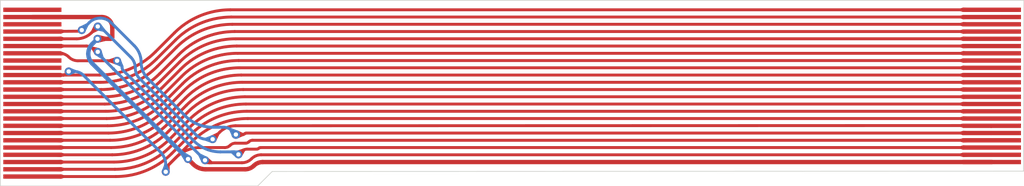
<source format=kicad_pcb>
(kicad_pcb (version 20241229) (generator "pcbnew") (generator_version "9.0")
  (layers (0 "F.Cu" signal) (2 "B.Cu" signal) (13 "F.Paste" user) (15 "B.Paste" user) (5 "F.SilkS" user "F.Silkscreen") (7 "B.SilkS" user "B.Silkscreen") (1 "F.Mask" user) (3 "B.Mask" user) (25 "Edge.Cuts" user))
  (net 0 "")
  (net 1 "/csi_scl")
  (net 2 "/csi_d0_N")
  (net 3 "+3V3")
  (net 4 "/csi_sda")
  (net 5 "/csi_d2_P")
  (net 6 "/csi_d1_P")
  (net 7 "GND")
  (net 8 "/csi_d2_N")
  (net 9 "/csi_d0_P")
  (net 11 "+1V8")
  (net 12 "/csi_d3_P")
  (net 13 "/csi_clk_N")
  (net 14 "/csi_d3_N")
  (net 15 "/csi_clk_P")
  (net 16 "/csi_d1_N")
  (net 17 "/CAM_GPIO_1")
  (net 18 "/CAM_GPIO_0")
  (net 19 "VDD_5V")
  (footprint "VoXel:fpc_1x22-P0.5mm_pins_only" (layer "F.Cu") (at 178 135.75 -90)
    (property "Reference" "J3" (hide yes))
    (property "Value" "RPi 22 Pin MIPI CSI-2" (hide yes))
    (pad "1" smd rect (at -5.75 0 270) (size 0.3 4) (layers "F.Cu" "F.Mask" "F.Paste") (net 7 "GND"))
    (pad "2" smd rect (at -5.25 0 270) (size 0.3 4) (layers "F.Cu" "F.Mask" "F.Paste") (net 2 "/csi_d0_N"))
    (pad "3" smd rect (at -4.75 0 270) (size 0.3 4) (layers "F.Cu" "F.Mask" "F.Paste") (net 9 "/csi_d0_P"))
    (pad "4" smd rect (at -4.25 0 270) (size 0.3 4) (layers "F.Cu" "F.Mask" "F.Paste") (net 7 "GND"))
    (pad "5" smd rect (at -3.75 0 270) (size 0.3 4) (layers "F.Cu" "F.Mask" "F.Paste") (net 16 "/csi_d1_N") (thermal_gap 0))
    (pad "6" smd rect (at -3.25 0 270) (size 0.3 4) (layers "F.Cu" "F.Mask" "F.Paste") (net 6 "/csi_d1_P"))
    (pad "7" smd rect (at -2.75 0 270) (size 0.3 4) (layers "F.Cu" "F.Mask" "F.Paste") (net 7 "GND"))
    (pad "8" smd rect (at -2.25 0 270) (size 0.3 4) (layers "F.Cu" "F.Mask" "F.Paste") (net 13 "/csi_clk_N"))
    (pad "9" smd rect (at -1.75 0 270) (size 0.3 4) (layers "F.Cu" "F.Mask" "F.Paste") (net 15 "/csi_clk_P"))
    (pad "10" smd rect (at -1.25 0 270) (size 0.3 4) (layers "F.Cu" "F.Mask" "F.Paste") (net 7 "GND"))
    (pad "11" smd rect (at -0.75 0 270) (size 0.3 4) (layers "F.Cu" "F.Mask" "F.Paste") (net 8 "/csi_d2_N"))
    (pad "12" smd rect (at -0.25 0 270) (size 0.3 4) (layers "F.Cu" "F.Mask" "F.Paste") (net 5 "/csi_d2_P"))
    (pad "13" smd rect (at 0.25 0 270) (size 0.3 4) (layers "F.Cu" "F.Mask" "F.Paste") (net 7 "GND"))
    (pad "14" smd rect (at 0.75 0 270) (size 0.3 4) (layers "F.Cu" "F.Mask" "F.Paste") (net 14 "/csi_d3_N"))
    (pad "15" smd rect (at 1.25 0 270) (size 0.3 4) (layers "F.Cu" "F.Mask" "F.Paste") (net 12 "/csi_d3_P"))
    (pad "16" smd rect (at 1.75 0 270) (size 0.3 4) (layers "F.Cu" "F.Mask" "F.Paste") (net 7 "GND"))
    (pad "17" smd rect (at 2.25 0 270) (size 0.3 4) (layers "F.Cu" "F.Mask" "F.Paste") (net 18 "/CAM_GPIO_0"))
    (pad "18" smd rect (at 2.75 0 270) (size 0.3 4) (layers "F.Cu" "F.Mask" "F.Paste") (net 17 "/CAM_GPIO_1"))
    (pad "19" smd rect (at 3.25 0 270) (size 0.3 4) (layers "F.Cu" "F.Mask" "F.Paste") (net 7 "GND"))
    (pad "20" smd rect (at 3.75 0 270) (size 0.3 4) (layers "F.Cu" "F.Mask" "F.Paste") (net 1 "/csi_scl"))
    (pad "21" smd rect (at 4.25 0 270) (size 0.3 4) (layers "F.Cu" "F.Mask" "F.Paste") (net 4 "/csi_sda"))
    (pad "22" smd rect (at 4.75 0 270) (size 0.3 4) (layers "F.Cu" "F.Mask" "F.Paste") (net 3 "+3V3"))
  )
  (footprint "VoXel:fpc_1x24-P0.5mm_pins_only" (layer "F.Cu") (at 112 135.75 -90)
    (property "Reference" "J1" (hide yes))
    (property "Value" "Conn_01x24" (hide yes))
    (pad "1" smd rect (at -5.75 0 270) (size 0.3 4) (layers "F.Cu" "F.Mask" "F.Paste") (net 19 "VDD_5V"))
    (pad "2" smd rect (at -5.25 0 270) (size 0.3 4) (layers "F.Cu" "F.Mask" "F.Paste") (net 3 "+3V3"))
    (pad "3" smd rect (at -4.75 0 270) (size 0.3 4) (layers "F.Cu" "F.Mask" "F.Paste") (net 11 "+1V8"))
    (pad "4" smd rect (at -4.25 0 270) (size 0.3 4) (layers "F.Cu" "F.Mask" "F.Paste") (net 17 "/CAM_GPIO_1"))
    (pad "5" smd rect (at -3.75 0 270) (size 0.3 4) (layers "F.Cu" "F.Mask" "F.Paste") (net 18 "/CAM_GPIO_0") (thermal_gap 0))
    (pad "6" smd rect (at -3.25 0 270) (size 0.3 4) (layers "F.Cu" "F.Mask" "F.Paste") (net 4 "/csi_sda"))
    (pad "7" smd rect (at -2.75 0 270) (size 0.3 4) (layers "F.Cu" "F.Mask" "F.Paste") (net 1 "/csi_scl"))
    (pad "8" smd rect (at -2.25 0 270) (size 0.3 4) (layers "F.Cu" "F.Mask" "F.Paste"))
    (pad "9" smd rect (at -1.75 0 270) (size 0.3 4) (layers "F.Cu" "F.Mask" "F.Paste"))
    (pad "10" smd rect (at -1.25 0 270) (size 0.3 4) (layers "F.Cu" "F.Mask" "F.Paste") (net 7 "GND"))
    (pad "11" smd rect (at -0.75 0 270) (size 0.3 4) (layers "F.Cu" "F.Mask" "F.Paste") (net 2 "/csi_d0_N"))
    (pad "12" smd rect (at -0.25 0 270) (size 0.3 4) (layers "F.Cu" "F.Mask" "F.Paste") (net 9 "/csi_d0_P"))
    (pad "13" smd rect (at 0.25 0 270) (size 0.3 4) (layers "F.Cu" "F.Mask" "F.Paste") (net 7 "GND"))
    (pad "14" smd rect (at 0.75 0 270) (size 0.3 4) (layers "F.Cu" "F.Mask" "F.Paste") (net 16 "/csi_d1_N"))
    (pad "15" smd rect (at 1.25 0 270) (size 0.3 4) (layers "F.Cu" "F.Mask" "F.Paste") (net 6 "/csi_d1_P"))
    (pad "16" smd rect (at 1.75 0 270) (size 0.3 4) (layers "F.Cu" "F.Mask" "F.Paste") (net 7 "GND"))
    (pad "17" smd rect (at 2.25 0 270) (size 0.3 4) (layers "F.Cu" "F.Mask" "F.Paste") (net 13 "/csi_clk_N"))
    (pad "18" smd rect (at 2.75 0 270) (size 0.3 4) (layers "F.Cu" "F.Mask" "F.Paste") (net 15 "/csi_clk_P"))
    (pad "19" smd rect (at 3.25 0 270) (size 0.3 4) (layers "F.Cu" "F.Mask" "F.Paste") (net 7 "GND"))
    (pad "20" smd rect (at 3.75 0 270) (size 0.3 4) (layers "F.Cu" "F.Mask" "F.Paste") (net 8 "/csi_d2_N"))
    (pad "21" smd rect (at 4.25 0 270) (size 0.3 4) (layers "F.Cu" "F.Mask" "F.Paste") (net 5 "/csi_d2_P"))
    (pad "22" smd rect (at 4.75 0 270) (size 0.3 4) (layers "F.Cu" "F.Mask" "F.Paste") (net 7 "GND"))
    (pad "23" smd rect (at 5.25 0 270) (size 0.3 4) (layers "F.Cu" "F.Mask" "F.Paste") (net 14 "/csi_d3_N"))
    (pad "24" smd rect (at 5.75 0 270) (size 0.3 4) (layers "F.Cu" "F.Mask" "F.Paste") (net 12 "/csi_d3_P"))
  )
  (gr_line (start 109.8 142.15) (end 127.5 142.15) (stroke (width 0.05)) (layer "Edge.Cuts"))
  (gr_line (start 180.200001 129.349411) (end 109.8 129.35) (stroke (width 0.05)) (layer "Edge.Cuts"))
  (gr_line (start 109.8 129.35) (end 109.8 142.15) (stroke (width 0.05)) (layer "Edge.Cuts"))
  (gr_line (start 180.18 141.13) (end 128.5 141.15) (stroke (width 0.05)) (layer "Edge.Cuts"))
  (gr_line (start 127.5 142.15) (end 128.5 141.15) (stroke (width 0.05)) (layer "Edge.Cuts"))
  (gr_line (start 180.18 141.13) (end 180.2 129.35) (stroke (width 0.05)) (layer "Edge.Cuts"))
  (segment (start 113.887754 133) (end 112 133) (width 0.2) (layer "F.Cu") (net 1))
  (segment (start 115.131366 133.515121) (end 117.828293 133.515121) (width 0.2) (layer "F.Cu") (net 1))
  (segment (start 126.174 139.974) (end 126.355897 139.792102) (width 0.2) (layer "F.Cu") (net 1))
  (segment (start 127.435484 139.610205) (end 126.795036 139.610205) (width 0.2) (layer "F.Cu") (net 1))
  (segment (start 127.701539 139.5) (end 178 139.5) (width 0.2) (layer "F.Cu") (net 1))
  (via (at 117.828293 133.515121) (size 0.55) (drill 0.3) (layers "F.Cu" "B.Cu") (net 1))
  (via (at 126.174 139.974) (size 0.55) (drill 0.3) (layers "F.Cu" "B.Cu") (net 1))
  (arc (start 127.701539 139.5) (mid 127.629545 139.514321) (end 127.568512 139.555103) (width 0.2) (layer "F.Cu") (net 1))
  (arc (start 126.795036 139.610205) (mid 126.557376 139.657478) (end 126.355897 139.792102) (width 0.2) (layer "F.Cu") (net 1))
  (arc (start 127.568512 139.555103) (mid 127.507478 139.595884) (end 127.435484 139.610205) (width 0.2) (layer "F.Cu") (net 1))
  (arc (start 115.131366 133.515121) (mid 114.794847 133.448183) (end 114.50956 133.25756) (width 0.2) (layer "F.Cu") (net 1))
  (arc (start 114.50956 133.25756) (mid 114.224273 133.066937) (end 113.887754 133) (width 0.2) (layer "F.Cu") (net 1))
  (segment (start 123.112017 139.044888) (end 118.261274 134.194144) (width 0.2) (layer "B.Cu") (net 1))
  (segment (start 126.174 139.974) (end 126.086499 139.8865) (width 0.2) (layer "B.Cu") (net 1))
  (segment (start 125.875254 139.798998) (end 124.932553 139.798989) (width 0.2) (layer "B.Cu") (net 1))
  (segment (start 117.828293 133.515121) (end 118.087297 133.774125) (width 0.2) (layer "B.Cu") (net 1))
  (arc (start 126.086499 139.8865) (mid 125.989579 139.821739) (end 125.875254 139.798998) (width 0.2) (layer "B.Cu") (net 1))
  (arc (start 118.174286 133.984135) (mid 118.151678 133.870478) (end 118.087297 133.774125) (width 0.2) (layer "B.Cu") (net 1))
  (arc (start 123.112017 139.044888) (mid 123.947286 139.602999) (end 124.932553 139.798989) (width 0.2) (layer "B.Cu") (net 1))
  (arc (start 118.174286 133.984135) (mid 118.196893 134.097791) (end 118.261274 134.194144) (width 0.2) (layer "B.Cu") (net 1))
  (segment (start 116.678928 134.999989) (end 112 135) (width 0.2) (layer "F.Cu") (net 2))
  (segment (start 125.686865 130.500002) (end 178 130.5) (width 0.2) (layer "F.Cu") (net 2))
  (segment (start 120.52669 133.406195) (end 121.839103 132.093791) (width 0.2) (layer "F.Cu") (net 2))
  (arc (start 125.686865 130.500002) (mid 123.604472 130.914214) (end 121.839103 132.093791) (width 0.2) (layer "F.Cu") (net 2))
  (arc (start 120.52669 133.406195) (mid 118.761321 134.585773) (end 116.678928 134.999989) (width 0.2) (layer "F.Cu") (net 2))
  (segment (start 117.499978 131.215782) (end 117.499984 131.883135) (width 0.3) (layer "F.Cu") (net 3))
  (segment (start 127.839597 140.501) (end 178 140.501) (width 0.3) (layer "F.Cu") (net 3))
  (segment (start 126.634903 140.999988) (end 123.918135 141.000011) (width 0.3) (layer "F.Cu") (net 3))
  (segment (start 116.784216 130.500024) (end 112 130.5) (width 0.3) (layer "F.Cu") (net 3))
  (segment (start 116.479346 132) (end 117.383135 131.999985) (width 0.3) (layer "F.Cu") (net 3))
  (segment (start 122.708557 140.291443) (end 123.062832 140.645729) (width 0.3) (layer "F.Cu") (net 3))
  (via (at 116.479346 132) (size 0.55) (drill 0.3) (layers "F.Cu" "B.Cu") (net 3))
  (via (at 122.708557 140.291443) (size 0.55) (drill 0.3) (layers "F.Cu" "B.Cu") (net 3))
  (arc (start 117.499978 131.215782) (mid 117.290333 130.709665) (end 116.784216 130.500024) (width 0.3) (layer "F.Cu") (net 3))
  (arc (start 126.634903 140.999988) (mid 126.960889 140.935145) (end 127.23725 140.750493) (width 0.3) (layer "F.Cu") (net 3))
  (arc (start 117.383135 131.999985) (mid 117.427851 131.99109) (end 117.46576 131.96576) (width 0.3) (layer "F.Cu") (net 3))
  (arc (start 117.499984 131.883135) (mid 117.491089 131.927851) (end 117.46576 131.96576) (width 0.3) (layer "F.Cu") (net 3))
  (arc (start 123.918135 141.000011) (mid 123.455246 140.907938) (end 123.062832 140.645729) (width 0.3) (layer "F.Cu") (net 3))
  (arc (start 127.839597 140.501) (mid 127.51361 140.565841) (end 127.23725 140.750493) (width 0.3) (layer "F.Cu") (net 3))
  (segment (start 122.708557 140.291443) (end 116.132374 133.715283) (width 0.3) (layer "B.Cu") (net 3))
  (segment (start 116.479346 132) (end 116.132384 132.346954) (width 0.3) (layer "B.Cu") (net 3))
  (arc (start 115.848987 133.031118) (mid 115.922635 133.401385) (end 116.132374 133.715283) (width 0.3) (layer "B.Cu") (net 3))
  (arc (start 115.848987 133.031118) (mid 115.922641 132.66085) (end 116.132384 132.346954) (width 0.3) (layer "B.Cu") (net 3))
  (segment (start 123.875 140.375) (end 123.962 140.461999) (width 0.2) (layer "F.Cu") (net 4))
  (segment (start 124.172036 140.548999) (end 126.41274 140.54901) (width 0.2) (layer "F.Cu") (net 4))
  (segment (start 115.717155 132.5) (end 112 132.5) (width 0.2) (layer "F.Cu") (net 4))
  (segment (start 177.987911 139.987788) (end 177.951 139.951) (width 0.2) (layer "F.Cu") (net 4))
  (segment (start 116.5 132.9) (end 116.449999 132.900001) (width 0.2) (layer "F.Cu") (net 4))
  (segment (start 127.738143 139.999982) (end 177.947884 139.999999) (width 0.2) (layer "F.Cu") (net 4))
  (segment (start 116.199998 132.700001) (end 116.364643 132.864647) (width 0.2) (layer "F.Cu") (net 4))
  (via (at 116.5 132.9) (size 0.55) (drill 0.3) (layers "F.Cu" "B.Cu") (net 4))
  (via (at 123.875 140.375) (size 0.55) (drill 0.3) (layers "F.Cu" "B.Cu") (net 4))
  (arc (start 116.364643 132.864647) (mid 116.403804 132.890813) (end 116.449999 132.900001) (width 0.2) (layer "F.Cu") (net 4))
  (arc (start 123.962 140.461999) (mid 124.058365 140.526388) (end 124.172036 140.548999) (width 0.2) (layer "F.Cu") (net 4))
  (arc (start 177.982817 140.000059) (mid 177.96535 140.000014) (end 177.947884 139.999999) (width 0.2) (layer "F.Cu") (net 4))
  (arc (start 115.717155 132.5) (mid 115.978468 132.551978) (end 116.199998 132.700001) (width 0.2) (layer "F.Cu") (net 4))
  (arc (start 127.738143 139.999982) (mid 127.379489 140.071326) (end 127.075442 140.274497) (width 0.2) (layer "F.Cu") (net 4))
  (arc (start 126.41274 140.54901) (mid 126.771394 140.477667) (end 127.075442 140.274497) (width 0.2) (layer "F.Cu") (net 4))
  (arc (start 177.987911 139.987788) (mid 177.989474 139.99563) (end 177.982817 140.000059) (width 0.2) (layer "F.Cu") (net 4))
  (segment (start 123.875 140.375) (end 117.927482 134.427482) (width 0.2) (layer "B.Cu") (net 4))
  (segment (start 116.535352 133.035356) (end 117.572512 134.072512) (width 0.2) (layer "B.Cu") (net 4))
  (segment (start 116.499998 132.95) (end 116.5 132.9) (width 0.2) (layer "B.Cu") (net 4))
  (segment (start 117.92457 134.425983) (end 117.574011 134.075424) (width 0.2) (layer "B.Cu") (net 4))
  (arc (start 117.573273 134.07432) (mid 117.573269 134.07397) (end 117.573274 134.073621) (width 0.2) (layer "B.Cu") (net 4))
  (arc (start 117.927482 134.427482) (mid 117.927232 134.427235) (end 117.926981 134.42699) (width 0.2) (layer "B.Cu") (net 4))
  (arc (start 117.573274 134.073621) (mid 117.573214 134.073287) (end 117.573025 134.07301) (width 0.2) (layer "B.Cu") (net 4))
  (arc (start 117.926378 134.426741) (mid 117.926026 134.426737) (end 117.925672 134.42674) (width 0.2) (layer "B.Cu") (net 4))
  (arc (start 117.573522 134.074923) (mid 117.573341 134.074644) (end 117.573273 134.07432) (width 0.2) (layer "B.Cu") (net 4))
  (arc (start 117.572512 134.072512) (mid 117.572766 134.072762) (end 117.573025 134.07301) (width 0.2) (layer "B.Cu") (net 4))
  (arc (start 116.499998 132.95) (mid 116.509185 132.996194) (end 116.535352 133.035356) (width 0.2) (layer "B.Cu") (net 4))
  (arc (start 117.925069 134.42649) (mid 117.925344 134.426677) (end 117.925672 134.42674) (width 0.2) (layer "B.Cu") (net 4))
  (arc (start 117.573522 134.074923) (mid 117.573765 134.075175) (end 117.574011 134.075424) (width 0.2) (layer "B.Cu") (net 4))
  (arc (start 117.926378 134.426741) (mid 117.926702 134.426808) (end 117.926981 134.42699) (width 0.2) (layer "B.Cu") (net 4))
  (arc (start 117.92457 134.425983) (mid 117.92482 134.426235) (end 117.925069 134.42649) (width 0.2) (layer "B.Cu") (net 4))
  (segment (start 117.494289 139.999987) (end 112 140) (width 0.2) (layer "F.Cu") (net 5))
  (segment (start 126.502222 135.499993) (end 178 135.5) (width 0.2) (layer "F.Cu") (net 5))
  (segment (start 121.342049 138.406192) (end 122.654463 137.093783) (width 0.2) (layer "F.Cu") (net 5))
  (arc (start 126.502222 135.499993) (mid 124.41983 135.914205) (end 122.654463 137.093783) (width 0.2) (layer "F.Cu") (net 5))
  (arc (start 117.494289 139.999987) (mid 119.576681 139.585771) (end 121.342049 138.406192) (width 0.2) (layer "F.Cu") (net 5))
  (segment (start 126.052665 132.500002) (end 178 132.5) (width 0.2) (layer "F.Cu") (net 6))
  (segment (start 117.044728 136.999989) (end 112 137) (width 0.2) (layer "F.Cu") (net 6))
  (segment (start 122.204903 134.093791) (end 120.892491 135.406196) (width 0.2) (layer "F.Cu") (net 6))
  (arc (start 117.044728 136.999989) (mid 119.127121 136.585773) (end 120.892491 135.406196) (width 0.2) (layer "F.Cu") (net 6))
  (arc (start 126.052665 132.500002) (mid 123.970272 132.914214) (end 122.204903 134.093791) (width 0.2) (layer "F.Cu") (net 6))
  (segment (start 121.870194 140.196927) (end 121.273781 140.793346) (width 0.2) (layer "F.Cu") (net 7))
  (segment (start 126.368035 134.500021) (end 178 134.5) (width 0.2) (layer "F.Cu") (net 7))
  (segment (start 114 134.5) (end 113.874 134.5) (width 0.2) (layer "F.Cu") (net 7))
  (segment (start 113.748 134.5) (end 113.874 134.5) (width 0.2) (layer "F.Cu") (net 7))
  (segment (start 113.496 134.5) (end 113.748 134.5) (width 0.2) (layer "F.Cu") (net 7))
  (segment (start 126.656868 139.201) (end 125.963188 139.201003) (width 0.2) (layer "F.Cu") (net 7))
  (segment (start 120.459596 132.906206) (end 121.772007 131.593803) (width 0.2) (layer "F.Cu") (net 7))
  (segment (start 114 134.5) (end 114.125999 134.499998) (width 0.2) (layer "F.Cu") (net 7))
  (segment (start 117.111828 137.499989) (end 112 137.5) (width 0.2) (layer "F.Cu") (net 7))
  (segment (start 125.918471 131.500015) (end 178 131.5) (width 0.2) (layer "F.Cu") (net 7))
  (segment (start 120.959591 135.906196) (end 122.272003 134.593791) (width 0.2) (layer "F.Cu") (net 7))
  (segment (start 121.174275 141.033554) (end 121.174265 141.174265) (width 0.2) (layer "F.Cu") (net 7))
  (segment (start 114 134.5) (end 114.126 134.5) (width 0.2) (layer "F.Cu") (net 7))
  (segment (start 113.496 134.5) (end 112 134.5) (width 0.2) (layer "F.Cu") (net 7))
  (segment (start 121.273765 140.793334) (end 122.973306 139.093775) (width 0.2) (layer "F.Cu") (net 7))
  (segment (start 114 134.5) (end 114 134.5) (width 0.2) (layer "F.Cu") (net 7))
  (segment (start 116.910532 135.999995) (end 112 136) (width 0.2) (layer "F.Cu") (net 7))
  (segment (start 127.142125 138.999989) (end 178 139) (width 0.2) (layer "F.Cu") (net 7))
  (segment (start 117.360088 138.999988) (end 112 139) (width 0.2) (layer "F.Cu") (net 7))
  (segment (start 123.550273 139.501003) (end 125.238922 139.500991) (width 0.2) (layer "F.Cu") (net 7))
  (segment (start 116.611832 134.499996) (end 114.126 134.5) (width 0.2) (layer "F.Cu") (net 7))
  (segment (start 117.611832 140.499996) (end 112 140.5) (width 0.2) (layer "F.Cu") (net 7))
  (segment (start 122.772006 137.593803) (end 121.459595 138.906206) (width 0.2) (layer "F.Cu") (net 7))
  (segment (start 125.619771 130.000015) (end 178 130) (width 0.2) (layer "F.Cu") (net 7))
  (segment (start 126.119765 133.000002) (end 178 133) (width 0.2) (layer "F.Cu") (net 7))
  (segment (start 113.748 134.5) (end 113.496 134.5) (width 0.2) (layer "F.Cu") (net 7))
  (segment (start 113.748 134.5) (end 113.874 134.5) (width 0.2) (layer "F.Cu") (net 7))
  (segment (start 114.126 134.5) (end 114.126 134.5) (width 0.2) (layer "F.Cu") (net 7))
  (segment (start 114.126 134.5) (end 114.126 134.5) (width 0.2) (layer "F.Cu") (net 7))
  (segment (start 114.341093 134.410902) (end 114.499997 134.252003) (width 0.2) (layer "F.Cu") (net 7))
  (segment (start 114 134.5) (end 114 134.5) (width 0.2) (layer "F.Cu") (net 7))
  (segment (start 126.821052 137.499976) (end 178 137.5) (width 0.2) (layer "F.Cu") (net 7))
  (segment (start 122.520266 136.093805) (end 121.207857 137.406199) (width 0.2) (layer "F.Cu") (net 7))
  (segment (start 122.070707 133.093803) (end 120.758296 134.406206) (width 0.2) (layer "F.Cu") (net 7))
  (segment (start 114 134.5) (end 113.874 134.5) (width 0.2) (layer "F.Cu") (net 7))
  (segment (start 126.61977 136.000015) (end 178 136) (width 0.2) (layer "F.Cu") (net 7))
  (via (at 114.499997 134.252003) (size 0.55) (drill 0.3) (layers "F.Cu" "B.Cu") (net 7))
  (via (at 121.174265 141.174265) (size 0.55) (drill 0.3) (layers "F.Cu" "B.Cu") (net 7))
  (arc (start 114.126 134.5) (mid 114.126 134.5) (end 114.126 134.5) (width 0.2) (layer "F.Cu") (net 7))
  (arc (start 123.550273 139.501003) (mid 122.64102 139.681871) (end 121.870194 140.196927) (width 0.2) (layer "F.Cu") (net 7))
  (arc (start 126.368035 134.500021) (mid 124.28564 134.914232) (end 122.520266 136.093805) (width 0.2) (layer "F.Cu") (net 7))
  (arc (start 122.772006 137.593803) (mid 124.537376 136.414227) (end 126.61977 136.000015) (width 0.2) (layer "F.Cu") (net 7))
  (arc (start 120.459596 132.906206) (mid 118.694225 134.085782) (end 116.611832 134.499996) (width 0.2) (layer "F.Cu") (net 7))
  (arc (start 120.959591 135.906196) (mid 119.194221 137.085773) (end 117.111828 137.499989) (width 0.2) (layer "F.Cu") (net 7))
  (arc (start 114.341093 134.410902) (mid 114.242406 134.476841) (end 114.125999 134.499998) (width 0.2) (layer "F.Cu") (net 7))
  (arc (start 113.748 134.5) (mid 113.748 134.5) (end 113.748 134.5) (width 0.2) (layer "F.Cu") (net 7))
  (arc (start 125.601055 139.350997) (mid 125.767204 139.239985) (end 125.963188 139.201003) (width 0.2) (layer "F.Cu") (net 7))
  (arc (start 120.758296 134.406206) (mid 118.992925 135.585782) (end 116.910532 135.999995) (width 0.2) (layer "F.Cu") (net 7))
  (arc (start 113.874 134.5) (mid 113.874 134.5) (end 113.874 134.5) (width 0.2) (layer "F.Cu") (net 7))
  (arc (start 117.611832 140.499996) (mid 119.694225 140.085783) (end 121.459595 138.906206) (width 0.2) (layer "F.Cu") (net 7))
  (arc (start 114 134.5) (mid 114 134.5) (end 114 134.5) (width 0.2) (layer "F.Cu") (net 7))
  (arc (start 126.899497 139.100494) (mid 126.788178 139.174879) (end 126.656868 139.201) (width 0.2) (layer "F.Cu") (net 7))
  (arc (start 125.238922 139.500991) (mid 125.434905 139.462008) (end 125.601055 139.350997) (width 0.2) (layer "F.Cu") (net 7))
  (arc (start 114 134.5) (mid 114 134.5) (end 114 134.5) (width 0.2) (layer "F.Cu") (net 7))
  (arc (start 117.360088 138.999988) (mid 119.442483 138.585774) (end 121.207857 137.406199) (width 0.2) (layer "F.Cu") (net 7))
  (arc (start 126.821052 137.499976) (mid 124.738664 137.91419) (end 122.973306 139.093775) (width 0.2) (layer "F.Cu") (net 7))
  (arc (start 114 134.5) (mid 114 134.5) (end 114 134.5) (width 0.2) (layer "F.Cu") (net 7))
  (arc (start 121.273765 140.793334) (mid 121.273765 140.793334) (end 121.273765 140.793334) (width 0.2) (layer "F.Cu") (net 7))
  (arc (start 121.174275 141.033554) (mid 121.20014 140.903554) (end 121.273781 140.793346) (width 0.2) (layer "F.Cu") (net 7))
  (arc (start 122.070707 133.093803) (mid 123.836077 131.914227) (end 125.918471 131.500015) (width 0.2) (layer "F.Cu") (net 7))
  (arc (start 121.772007 131.593803) (mid 123.537377 130.414227) (end 125.619771 130.000015) (width 0.2) (layer "F.Cu") (net 7))
  (arc (start 126.119765 133.000002) (mid 124.037372 133.414214) (end 122.272003 134.593791) (width 0.2) (layer "F.Cu") (net 7))
  (arc (start 127.142125 138.999989) (mid 127.010814 139.026109) (end 126.899497 139.100494) (width 0.2) (layer "F.Cu") (net 7))
  (segment (start 121.174265 141.174265) (end 121.174276 140.67426) (width 0.2) (layer "B.Cu") (net 7))
  (segment (start 114.499997 134.252003) (end 114.875997 134.25201) (width 0.2) (layer "B.Cu") (net 7))
  (segment (start 115.51787 134.517888) (end 120.820728 139.8207) (width 0.2) (layer "B.Cu") (net 7))
  (arc (start 115.51787 134.517888) (mid 115.223375 134.321112) (end 114.875997 134.25201) (width 0.2) (layer "B.Cu") (net 7))
  (arc (start 120.820728 139.8207) (mid 121.082396 140.212316) (end 121.174276 140.67426) (width 0.2) (layer "B.Cu") (net 7))
  (segment (start 126.435135 135.000021) (end 178 135) (width 0.2) (layer "F.Cu") (net 8))
  (segment (start 117.427196 139.5) (end 112 139.5) (width 0.2) (layer "F.Cu") (net 8))
  (segment (start 121.27496 137.906212) (end 122.587371 136.593809) (width 0.2) (layer "F.Cu") (net 8))
  (arc (start 121.27496 137.906212) (mid 119.509589 139.085788) (end 117.427196 139.5) (width 0.2) (layer "F.Cu") (net 8))
  (arc (start 126.435135 135.000021) (mid 124.352741 135.414233) (end 122.587371 136.593809) (width 0.2) (layer "F.Cu") (net 8))
  (segment (start 120.593791 133.906196) (end 121.906203 132.593791) (width 0.2) (layer "F.Cu") (net 9))
  (segment (start 125.753965 131.000002) (end 178 131) (width 0.2) (layer "F.Cu") (net 9))
  (segment (start 116.746028 135.499989) (end 112 135.5) (width 0.2) (layer "F.Cu") (net 9))
  (arc (start 125.753965 131.000002) (mid 123.671572 131.414214) (end 121.906203 132.593791) (width 0.2) (layer "F.Cu") (net 9))
  (arc (start 120.593791 133.906196) (mid 118.828421 135.085773) (end 116.746028 135.499989) (width 0.2) (layer "F.Cu") (net 9))
  (segment (start 126.753971 137.000015) (end 178 137) (width 0.2) (layer "F.Cu") (net 12))
  (segment (start 117.746028 141.499989) (end 112 141.5) (width 0.2) (layer "F.Cu") (net 12))
  (segment (start 122.906205 138.593801) (end 121.593794 139.906198) (width 0.2) (layer "F.Cu") (net 12))
  (arc (start 121.593794 139.906198) (mid 119.828422 141.085774) (end 117.746028 141.499989) (width 0.2) (layer "F.Cu") (net 12))
  (arc (start 122.906205 138.593801) (mid 124.671577 137.414226) (end 126.753971 137.000015) (width 0.2) (layer "F.Cu") (net 12))
  (segment (start 117.178934 137.999995) (end 112 138) (width 0.2) (layer "F.Cu") (net 13))
  (segment (start 122.339101 135.093771) (end 121.026684 136.406196) (width 0.2) (layer "F.Cu") (net 13))
  (segment (start 126.186852 133.499976) (end 178 133.5) (width 0.2) (layer "F.Cu") (net 13))
  (arc (start 126.186852 133.499976) (mid 124.104463 133.914189) (end 122.339101 135.093771) (width 0.2) (layer "F.Cu") (net 13))
  (arc (start 117.178934 137.999995) (mid 119.261322 137.585779) (end 121.026684 136.406196) (width 0.2) (layer "F.Cu") (net 13))
  (segment (start 126.686871 136.500015) (end 178 136.5) (width 0.2) (layer "F.Cu") (net 14))
  (segment (start 117.678932 140.999995) (end 112 141) (width 0.2) (layer "F.Cu") (net 14))
  (segment (start 121.526695 139.406205) (end 122.839107 138.093803) (width 0.2) (layer "F.Cu") (net 14))
  (arc (start 117.678932 140.999995) (mid 119.761325 140.585782) (end 121.526695 139.406205) (width 0.2) (layer "F.Cu") (net 14))
  (arc (start 126.686871 136.500015) (mid 124.604477 136.914227) (end 122.839107 138.093803) (width 0.2) (layer "F.Cu") (net 14))
  (segment (start 117.246033 138.499996) (end 112 138.5) (width 0.2) (layer "F.Cu") (net 15))
  (segment (start 122.406205 135.593793) (end 121.093792 136.906204) (width 0.2) (layer "F.Cu") (net 15))
  (segment (start 126.253964 134.000002) (end 178 134) (width 0.2) (layer "F.Cu") (net 15))
  (arc (start 122.406205 135.593793) (mid 124.171572 134.414215) (end 126.253964 134.000002) (width 0.2) (layer "F.Cu") (net 15))
  (arc (start 117.246033 138.499996) (mid 119.328424 138.085782) (end 121.093792 136.906204) (width 0.2) (layer "F.Cu") (net 15))
  (segment (start 120.825391 134.906196) (end 122.137803 133.593791) (width 0.2) (layer "F.Cu") (net 16))
  (segment (start 125.985565 132.000002) (end 178 132) (width 0.2) (layer "F.Cu") (net 16))
  (segment (start 116.977628 136.499989) (end 112 136.5) (width 0.2) (layer "F.Cu") (net 16))
  (arc (start 120.825391 134.906196) (mid 119.060021 136.085773) (end 116.977628 136.499989) (width 0.2) (layer "F.Cu") (net 16))
  (arc (start 125.985565 132.000002) (mid 123.903172 132.414214) (end 122.137803 133.593791) (width 0.2) (layer "F.Cu") (net 16))
  (segment (start 112.008662 131.499999) (end 112.000001 131.499999) (width 0.2) (layer "F.Cu") (net 17))
  (segment (start 126 138.6) (end 126.480231 138.599987) (width 0.2) (layer "F.Cu") (net 17))
  (segment (start 177.987911 138.512211) (end 177.951 138.549) (width 0.2) (layer "F.Cu") (net 17))
  (segment (start 115.360249 131.43775) (end 115.398 131.4) (width 0.2) (layer "F.Cu") (net 17))
  (segment (start 115.360249 131.43775) (end 115.398 131.4) (width 0.2) (layer "F.Cu") (net 17))
  (segment (start 112.083648 131.451) (end 112.049 131.451001) (width 0.2) (layer "F.Cu") (net 17))
  (segment (start 115.269113 131.475895) (end 112.025985 131.499935) (width 0.2) (layer "F.Cu") (net 17))
  (segment (start 115.310937 131.451) (end 115.346999 131.451) (width 0.2) (layer "F.Cu") (net 17))
  (segment (start 126.721653 138.500012) (end 177.947884 138.5) (width 0.2) (layer "F.Cu") (net 17))
  (via (at 126 138.6) (size 0.6) (drill 0.3) (layers "F.Cu" "B.Cu") (net 17))
  (via (at 115.398 131.4) (size 0.55) (drill 0.3) (layers "F.Cu" "B.Cu") (net 17))
  (arc (start 126.600942 138.549999) (mid 126.545557 138.586995) (end 126.480231 138.599987) (width 0.2) (layer "F.Cu") (net 17))
  (arc (start 115.360249 131.43775) (mid 115.360249 131.43775) (end 115.360249 131.43775) (width 0.2) (layer "F.Cu") (net 17))
  (arc (start 115.269113 131.475895) (mid 115.318438 131.465798) (end 115.360249 131.43775) (width 0.2) (layer "F.Cu") (net 17))
  (arc (start 177.987911 138.512211) (mid 177.989474 138.504369) (end 177.982817 138.499941) (width 0.2) (layer "F.Cu") (net 17))
  (arc (start 112.008662 131.499999) (mid 112.017323 131.499983) (end 112.025985 131.499935) (width 0.2) (layer "F.Cu") (net 17))
  (arc (start 115.269113 131.475895) (mid 115.318438 131.465798) (end 115.360249 131.43775) (width 0.2) (layer "F.Cu") (net 17))
  (arc (start 177.982817 138.499941) (mid 177.96535 138.499985) (end 177.947884 138.5) (width 0.2) (layer "F.Cu") (net 17))
  (arc (start 126.600942 138.549999) (mid 126.656327 138.513003) (end 126.721653 138.500012) (width 0.2) (layer "F.Cu") (net 17))
  (segment (start 119.01126 132.477688) (end 117.419937 130.886379) (width 0.2) (layer "B.Cu") (net 17))
  (segment (start 115.911611 130.886371) (end 115.398 131.4) (width 0.2) (layer "B.Cu") (net 17))
  (segment (start 126 138.6) (end 125.749496 138.349508) (width 0.2) (layer "B.Cu") (net 17))
  (segment (start 119.953279 134.752005) (end 122.522952 137.32163) (width 0.2) (layer "B.Cu") (net 17))
  (segment (start 125.144736 138.09901) (end 124.399652 138.098995) (width 0.2) (layer "B.Cu") (net 17))
  (arc (start 117.419937 130.886379) (mid 117.073922 130.655179) (end 116.665771 130.573988) (width 0.2) (layer "B.Cu") (net 17))
  (arc (start 119.01126 132.477688) (mid 119.359867 132.999421) (end 119.482269 133.614848) (width 0.2) (layer "B.Cu") (net 17))
  (arc (start 115.911611 130.886371) (mid 116.257621 130.65517) (end 116.665771 130.573988) (width 0.2) (layer "B.Cu") (net 17))
  (arc (start 122.522952 137.32163) (mid 123.383991 137.896955) (end 124.399652 138.098995) (width 0.2) (layer "B.Cu") (net 17))
  (arc (start 125.144736 138.09901) (mid 125.472028 138.164115) (end 125.749496 138.349508) (width 0.2) (layer "B.Cu") (net 17))
  (arc (start 119.953279 134.752005) (mid 119.60467 134.230274) (end 119.482269 133.614848) (width 0.2) (layer "B.Cu") (net 17))
  (segment (start 115.048961 132.000013) (end 112 132) (width 0.2) (layer "F.Cu") (net 18))
  (segment (start 178.062664 137.982825) (end 179.899 137.951) (width 0.2) (layer "F.Cu") (net 18))
  (segment (start 177.983713 138.016313) (end 177.951 138.049) (width 0.2) (layer "F.Cu") (net 18))
  (segment (start 124.401 138.925) (end 124.8635 138.4625) (width 0.2) (layer "F.Cu") (net 18))
  (segment (start 116.075003 131.575008) (end 116.5 131.15) (width 0.2) (layer "F.Cu") (net 18))
  (segment (start 177.965351 138) (end 178.000283 137.999882) (width 0.2) (layer "F.Cu") (net 18))
  (segment (start 178.0245 137.9755) (end 177.999999 138) (width 0.2) (layer "F.Cu") (net 18))
  (segment (start 125.980073 137.999797) (end 177.970182 137.983641) (width 0.2) (layer "F.Cu") (net 18))
  (via (at 124.401 138.925) (size 0.55) (drill 0.3) (layers "F.Cu" "B.Cu") (net 18))
  (via (at 116.5 131.15) (size 0.55) (drill 0.3) (layers "F.Cu" "B.Cu") (net 18))
  (arc (start 116.075003 131.575008) (mid 115.604252 131.889559) (end 115.048961 132.000013) (width 0.2) (layer "F.Cu") (net 18))
  (arc (start 125.980073 137.999797) (mid 125.375786 138.120143) (end 124.8635 138.4625) (width 0.2) (layer "F.Cu") (net 18))
  (arc (start 177.970182 137.983641) (mid 177.987867 137.995454) (end 177.983713 138.016313) (width 0.2) (layer "F.Cu") (net 18))
  (arc (start 178.062664 137.982825) (mid 178.019935 137.991898) (end 177.983713 138.016313) (width 0.2) (layer "F.Cu") (net 18))
  (arc (start 178.062664 137.982825) (mid 178.016424 137.983429) (end 177.970182 137.983641) (width 0.2) (layer "F.Cu") (net 18))
  (segment (start 123.980097 138.925006) (end 124.401 138.925) (width 0.2) (layer "B.Cu") (net 18))
  (segment (start 119.387371 134.753186) (end 123.261572 138.627388) (width 0.2) (layer "B.Cu") (net 18))
  (segment (start 116.703031 131.203032) (end 118.775179 133.275155) (width 0.2) (layer "B.Cu") (net 18))
  (segment (start 116.5 131.15) (end 116.574999 131.15) (width 0.2) (layer "B.Cu") (net 18))
  (arc (start 116.574999 131.15) (mid 116.644289 131.163782) (end 116.703031 131.203032) (width 0.2) (layer "B.Cu") (net 18))
  (arc (start 119.387371 134.753186) (mid 119.16082 134.414122) (end 119.081276 134.01417) (width 0.2) (layer "B.Cu") (net 18))
  (arc (start 119.081276 134.01417) (mid 119.001731 133.614217) (end 118.775179 133.275155) (width 0.2) (layer "B.Cu") (net 18))
  (arc (start 123.980097 138.925006) (mid 123.591234 138.84766) (end 123.261572 138.627388) (width 0.2) (layer "B.Cu") (net 18))
)
</source>
